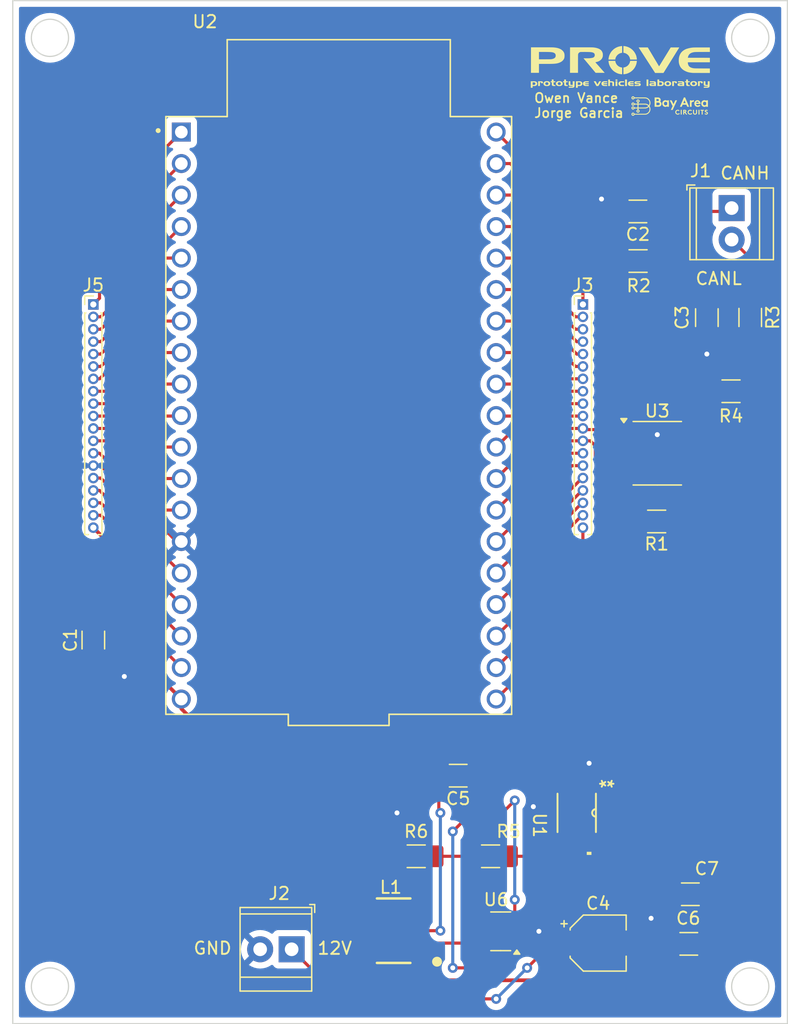
<source format=kicad_pcb>
(kicad_pcb (version 20240108) (generator "pcbnew") (generator_version "8.0")
  (layers (0 "F.Cu" signal) (31 "B.Cu" signal) (34 "B.Paste" user) (35 "F.Paste" user) (36 "B.SilkS" user "B.Silkscreen") (37 "F.SilkS" user "F.Silkscreen") (38 "B.Mask" user) (39 "F.Mask" user) (44 "Edge.Cuts" user))
  (net 0 "")
  (net 1 "/Microcontroller/BUCK_5V")
  (net 2 "GND")
  (net 3 "/Microcontroller/CANH")
  (net 4 "/Microcontroller/CANL")
  (net 5 "Net-(U6-BST)")
  (net 6 "Net-(U6-SW)")
  (net 7 "/Microcontroller/12V_IN")
  (net 8 "Net-(U3-CANH)")
  (net 9 "Net-(U3-CANL)")
  (net 10 "Net-(U6-FB)")
  (net 11 "+5V")
  (net 13 "SDA")
  (net 14 "+5VD")
  (net 15 "SCL")
  (net 16 "Net-(J5-Pin_11)")
  (net 17 "Net-(J3-Pin_19)")
  (net 18 "Net-(J3-Pin_11)")
  (net 19 "Net-(J5-Pin_2)")
  (net 20 "Net-(J3-Pin_17)")
  (net 21 "Net-(J5-Pin_4)")
  (net 22 "Net-(J5-Pin_13)")
  (net 23 "Net-(J3-Pin_1)")
  (net 24 "Net-(J3-Pin_15)")
  (net 25 "Net-(J3-Pin_10)")
  (net 26 "Net-(J5-Pin_3)")
  (net 27 "Net-(J3-Pin_13)")
  (net 28 "Net-(J3-Pin_2)")
  (net 29 "Net-(J5-Pin_18)")
  (net 30 "Net-(J3-Pin_7)")
  (net 31 "Net-(J3-Pin_14)")
  (net 32 "Net-(J5-Pin_6)")
  (net 33 "Net-(J3-Pin_3)")
  (net 34 "Net-(J3-Pin_16)")
  (net 35 "Net-(J3-Pin_12)")
  (net 36 "Net-(J3-Pin_8)")
  (net 37 "Net-(J3-Pin_18)")
  (net 38 "Net-(J5-Pin_12)")
  (net 39 "Net-(J5-Pin_15)")
  (net 40 "Net-(J5-Pin_10)")
  (net 41 "Net-(J3-Pin_4)")
  (net 42 "Net-(J5-Pin_7)")
  (net 43 "Net-(J5-Pin_8)")
  (net 44 "Net-(J5-Pin_17)")
  (net 45 "Net-(J5-Pin_1)")
  (net 46 "Net-(J5-Pin_5)")
  (net 47 "Net-(J5-Pin_9)")
  (net 48 "Net-(J3-Pin_9)")
  (net 49 "Net-(J5-Pin_16)")
  (net 50 "Net-(J3-Pin_5)")
  (net 51 "Net-(J3-Pin_6)")
  (net 53 "/Power_Supply/12V_IN")
  (footprint "Capacitor_SMD:C_1206_3216Metric_Pad1.33x1.80mm_HandSolder" (layer "F.Cu") (at 99.4375 111.5 180)
    (property "Reference" "C5" (at 0 -1.85 0) (layer "F.SilkS"))
    (property "Value" "0.1u")
    (pad "1" smd roundrect (at -1.5625 0 180) (size 1.325 1.8) (layers "F.Cu" "F.Paste" "F.Mask") (roundrect_rratio 0.188679) (net 5 "Net-(U6-BST)"))
    (pad "2" smd roundrect (at 1.5625 0 180) (size 1.325 1.8) (layers "F.Cu" "F.Paste" "F.Mask") (roundrect_rratio 0.188679) (net 6 "Net-(U6-SW)"))
  )
  (footprint "Resistor_SMD:R_1206_3216Metric_Pad1.30x1.75mm_HandSolder" (layer "F.Cu") (at 123 74.55 -90)
    (property "Reference" "R3" (at 0 -1.82 90) (layer "F.SilkS"))
    (property "Value" "0")
    (pad "1" smd roundrect (at -1.55 0 270) (size 1.3 1.75) (layers "F.Cu" "F.Paste" "F.Mask") (roundrect_rratio 0.192308) (net 4 "/Microcontroller/CANL"))
    (pad "2" smd roundrect (at 1.55 0 270) (size 1.3 1.75) (layers "F.Cu" "F.Paste" "F.Mask") (roundrect_rratio 0.192308) (net 9 "Net-(U3-CANL)"))
  )
  (footprint "Capacitor_SMD:C_1206_3216Metric_Pad1.33x1.80mm_HandSolder" (layer "F.Cu") (at 119.5 74.5625 -90)
    (property "Reference" "C3" (at 0 2 90) (layer "F.SilkS"))
    (property "Value" "30p")
    (pad "1" smd roundrect (at -1.5625 0 270) (size 1.325 1.8) (layers "F.Cu" "F.Paste" "F.Mask") (roundrect_rratio 0.188679) (net 4 "/Microcontroller/CANL"))
    (pad "2" smd roundrect (at 1.5625 0 270) (size 1.325 1.8) (layers "F.Cu" "F.Paste" "F.Mask") (roundrect_rratio 0.188679) (net 2 "GND"))
  )
  (footprint "TerminalBlock_TE-Connectivity:TerminalBlock_TE_282834-2_1x02_P2.54mm_Horizontal" (layer "F.Cu") (at 86 125.5 180)
    (property "Reference" "J2" (at 1 4.5 0) (layer "F.SilkS"))
    (property "Value" "Conn_01x02")
    (pad "1" thru_hole rect (at 0 0 180) (size 2.1 2.1) (drill 1.1) (layers "*.Cu" "*.Mask") (net 53 "/Power_Supply/12V_IN"))
    (pad "2" thru_hole circle (at 2.54 0 180) (size 2.1 2.1) (drill 1.1) (layers "*.Cu" "*.Mask") (net 2 "GND"))
  )
  (footprint "Capacitor_SMD:CP_Elec_4x5.4" (layer "F.Cu") (at 110.73 125)
    (property "Reference" "C4" (at 0 -3.2 0) (layer "F.SilkS"))
    (property "Value" "2.2u")
    (pad "1" smd roundrect (at -1.8 0) (size 2.6 1.6) (layers "F.Cu" "F.Paste" "F.Mask") (roundrect_rratio 0.15625) (net 53 "/Power_Supply/12V_IN"))
    (pad "2" smd roundrect (at 1.8 0) (size 2.6 1.6) (layers "F.Cu" "F.Paste" "F.Mask") (roundrect_rratio 0.15625) (net 2 "GND"))
  )
  (footprint "Capacitor_SMD:C_1206_3216Metric_Pad1.33x1.80mm_HandSolder" (layer "F.Cu") (at 118.1675 121.0625 180)
    (property "Reference" "C7" (at -1.3325 2.0625 0) (layer "F.SilkS"))
    (property "Value" "10u")
    (pad "1" smd roundrect (at -1.5625 0 180) (size 1.325 1.8) (layers "F.Cu" "F.Paste" "F.Mask") (roundrect_rratio 0.188679) (net 1 "/Microcontroller/BUCK_5V"))
    (pad "2" smd roundrect (at 1.5625 0 180) (size 1.325 1.8) (layers "F.Cu" "F.Paste" "F.Mask") (roundrect_rratio 0.188679) (net 2 "GND"))
  )
  (footprint "Capacitor_SMD:C_1206_3216Metric_Pad1.33x1.80mm_HandSolder" (layer "F.Cu") (at 118.0425 125.0625 180)
    (property "Reference" "C6" (at 0.0425 2.0625 0) (layer "F.SilkS"))
    (property "Value" "10u")
    (pad "1" smd roundrect (at -1.5625 0 180) (size 1.325 1.8) (layers "F.Cu" "F.Paste" "F.Mask") (roundrect_rratio 0.188679) (net 1 "/Microcontroller/BUCK_5V"))
    (pad "2" smd roundrect (at 1.5625 0 180) (size 1.325 1.8) (layers "F.Cu" "F.Paste" "F.Mask") (roundrect_rratio 0.188679) (net 2 "GND"))
  )
  (footprint "TerminalBlock_TE-Connectivity:TerminalBlock_TE_282834-2_1x02_P2.54mm_Horizontal" (layer "F.Cu") (at 121.5 65.73 -90)
    (property "Reference" "J1" (at -3 2.5 0) (layer "F.SilkS"))
    (property "Value" "Conn_01x02_Pin")
    (pad "1" thru_hole rect (at 0 0 270) (size 2.1 2.1) (drill 1.1) (layers "*.Cu" "*.Mask") (net 3 "/Microcontroller/CANH"))
    (pad "2" thru_hole circle (at 2.54 0 270) (size 2.1 2.1) (drill 1.1) (layers "*.Cu" "*.Mask") (net 4 "/Microcontroller/CANL"))
  )
  (footprint "PROVE:BAC-logo" (layer "F.Cu") (at 116.5 57.5)
    (property "Reference" "G***" (hide yes))
    (property "Value" "LOGO" (hide yes))
  )
  (footprint "Resistor_SMD:R_1206_3216Metric_Pad1.30x1.75mm_HandSolder" (layer "F.Cu") (at 113.95 70 180)
    (property "Reference" "R2" (at -0.05 -2 0) (layer "F.SilkS"))
    (property "Value" "0")
    (pad "1" smd roundrect (at -1.55 0 180) (size 1.3 1.75) (layers "F.Cu" "F.Paste" "F.Mask") (roundrect_rratio 0.192308) (net 3 "/Microcontroller/CANH"))
    (pad "2" smd roundrect (at 1.55 0 180) (size 1.3 1.75) (layers "F.Cu" "F.Paste" "F.Mask") (roundrect_rratio 0.192308) (net 8 "Net-(U3-CANH)"))
  )
  (footprint "PROVE:DGS10" (layer "F.Cu") (at 109 114.5 -90)
    (property "Reference" "U1" (at 1 3 -90) (layer "F.SilkS"))
    (property "Value" "INA220 Current Monitor")
    (fp_text user "*" (at -2.3495 -2.4224 -90) (layer "F.SilkS"))
    (fp_text user "*" (at -2.3495 -2.4224 90) (layer "F.SilkS"))
    (pad "1" smd rect (at -2.0955 -1.000001 270) (size 1.5748 0.2794) (layers "F.Cu" "F.Paste" "F.Mask") (net 2 "GND"))
    (pad "2" smd rect (at -2.0955 -0.499999 270) (size 1.5748 0.2794) (layers "F.Cu" "F.Paste" "F.Mask") (net 2 "GND"))
    (pad "3" smd rect (at -2.0955 0 270) (size 1.5748 0.2794) (layers "F.Cu" "F.Paste" "F.Mask"))
    (pad "4" smd rect (at -2.0955 0.499999 270) (size 1.5748 0.2794) (layers "F.Cu" "F.Paste" "F.Mask") (net 13 "SDA"))
    (pad "5" smd rect (at -2.0955 1.000001 270) (size 1.5748 0.2794) (layers "F.Cu" "F.Paste" "F.Mask") (net 15 "SCL"))
    (pad "6" smd rect (at 2.0955 1.000001 270) (size 1.5748 0.2794) (layers "F.Cu" "F.Paste" "F.Mask") (net 11 "+5V"))
    (pad "7" smd rect (at 2.0955 0.499999 270) (size 1.5748 0.2794) (layers "F.Cu" "F.Paste" "F.Mask") (net 2 "GND"))
    (pad "8" smd rect (at 2.0955 0 270) (size 1.5748 0.2794) (layers "F.Cu" "F.Paste" "F.Mask") (net 11 "+5V"))
    (pad "9" smd rect (at 2.0955 -0.499999 270) (size 1.5748 0.2794) (layers "F.Cu" "F.Paste" "F.Mask") (net 14 "+5VD"))
    (pad "10" smd rect (at 2.0955 -1.000001 270) (size 1.5748 0.2794) (layers "F.Cu" "F.Paste" "F.Mask") (net 11 "+5V"))
  )
  (footprint "Resistor_SMD:R_1206_3216Metric_Pad1.30x1.75mm_HandSolder" (layer "F.Cu") (at 102.05 118 180)
    (property "Reference" "R5" (at -1.45 2 0) (layer "F.SilkS"))
    (property "Value" "115k")
    (pad "1" smd roundrect (at -1.55 0 180) (size 1.3 1.75) (layers "F.Cu" "F.Paste" "F.Mask") (roundrect_rratio 0.192308) (net 11 "+5V"))
    (pad "2" smd roundrect (at 1.55 0 180) (size 1.3 1.75) (layers "F.Cu" "F.Paste" "F.Mask") (roundrect_rratio 0.192308) (net 10 "Net-(U6-FB)"))
  )
  (footprint "Capacitor_SMD:C_1206_3216Metric_Pad1.33x1.80mm_HandSolder" (layer "F.Cu") (at 70 100.5625 90)
    (property "Reference" "C1" (at 0 -1.85 90) (layer "F.SilkS"))
    (property "Value" "0.1u")
    (pad "1" smd roundrect (at -1.5625 0 90) (size 1.325 1.8) (layers "F.Cu" "F.Paste" "F.Mask") (roundrect_rratio 0.188679) (net 2 "GND"))
    (pad "2" smd roundrect (at 1.5625 0 90) (size 1.325 1.8) (layers "F.Cu" "F.Paste" "F.Mask") (roundrect_rratio 0.188679) (net 14 "+5VD"))
  )
  (footprint "Resistor_SMD:R_1206_3216Metric_Pad1.30x1.75mm_HandSolder" (layer "F.Cu") (at 121.45 80.5)
    (property "Reference" "R4" (at 0 2 0) (layer "F.SilkS"))
    (property "Value" "120")
    (pad "1" smd roundrect (at -1.55 0) (size 1.3 1.75) (layers "F.Cu" "F.Paste" "F.Mask") (roundrect_rratio 0.192308) (net 8 "Net-(U3-CANH)"))
    (pad "2" smd roundrect (at 1.55 0) (size 1.3 1.75) (layers "F.Cu" "F.Paste" "F.Mask") (roundrect_rratio 0.192308) (net 9 "Net-(U3-CANL)"))
  )
  (footprint "Capacitor_SMD:C_1206_3216Metric_Pad1.33x1.80mm_HandSolder" (layer "F.Cu") (at 113.9375 66 180)
    (property "Reference" "C2" (at 0 -1.85 0) (layer "F.SilkS"))
    (property "Value" "30p")
    (pad "1" smd roundrect (at -1.5625 0 180) (size 1.325 1.8) (layers "F.Cu" "F.Paste" "F.Mask") (roundrect_rratio 0.188679) (net 3 "/Microcontroller/CANH"))
    (pad "2" smd roundrect (at 1.5625 0 180) (size 1.325 1.8) (layers "F.Cu" "F.Paste" "F.Mask") (roundrect_rratio 0.188679) (net 2 "GND"))
  )
  (footprint "Resistor_SMD:R_1206_3216Metric_Pad1.30x1.75mm_HandSolder" (layer "F.Cu") (at 96.05 118 180)
    (property "Reference" "R6" (at 0 2 0) (layer "F.SilkS"))
    (property "Value" "22.1k")
    (pad "1" smd roundrect (at -1.55 0 180) (size 1.3 1.75) (layers "F.Cu" "F.Paste" "F.Mask") (roundrect_rratio 0.192308) (net 10 "Net-(U6-FB)"))
    (pad "2" smd roundrect (at 1.55 0 180) (size 1.3 1.75) (layers "F.Cu" "F.Paste" "F.Mask") (roundrect_rratio 0.192308) (net 2 "GND"))
  )
  (footprint "Resistor_SMD:R_1206_3216Metric_Pad1.30x1.75mm_HandSolder" (layer "F.Cu") (at 115.45 91 180)
    (property "Reference" "R1" (at 0 -1.82 0) (layer "F.SilkS"))
    (property "Value" "30m" (hide yes))
    (pad "1" smd roundrect (at -1.55 0 180) (size 1.3 1.75) (layers "F.Cu" "F.Paste" "F.Mask") (roundrect_rratio 0.192308) (net 11 "+5V"))
    (pad "2" smd roundrect (at 1.55 0 180) (size 1.3 1.75) (layers "F.Cu" "F.Paste" "F.Mask") (roundrect_rratio 0.192308) (net 14 "+5VD"))
  )
  (footprint "Package_TO_SOT_SMD:TSOT-23-6" (layer "F.Cu") (at 102.8675 124.05 180)
    (property "Reference" "U6" (at 0.3675 2.55 0) (layer "F.SilkS"))
    (property "Value" "AP64060WU-7")
    (pad "1" smd roundrect (at -1.1375 -0.95 180) (size 1.325 0.6) (layers "F.Cu" "F.Paste" "F.Mask") (net 5 "Net-(U6-BST)"))
    (pad "2" smd roundrect (at -1.1375 0 180) (size 1.325 0.6) (layers "F.Cu" "F.Paste" "F.Mask") (net 2 "GND"))
    (pad "3" smd roundrect (at -1.1375 0.95 180) (size 1.325 0.6) (layers "F.Cu" "F.Paste" "F.Mask") (net 10 "Net-(U6-FB)"))
    (pad "4" smd roundrect (at 1.1375 0.95 180) (size 1.325 0.6) (layers "F.Cu" "F.Paste" "F.Mask"))
    (pad "5" smd roundrect (at 1.1375 0 180) (size 1.325 0.6) (layers "F.Cu" "F.Paste" "F.Mask") (net 7 "/Microcontroller/12V_IN"))
    (pad "6" smd roundrect (at 1.1375 -0.95 180) (size 1.325 0.6) (layers "F.Cu" "F.Paste" "F.Mask") (net 6 "Net-(U6-SW)"))
  )
  (footprint "PROVE:WE-LQS_5040" (layer "F.Cu") (at 94.23 124)
    (property "Reference" "L1" (at -0.23 -3.5 0) (layer "F.SilkS"))
    (property "Value" "10u")
    (pad "1" smd rect (at 1.925 0) (size 1.55 4.5) (layers "F.Cu" "F.Paste" "F.Mask") (net 6 "Net-(U6-SW)"))
    (pad "2" smd rect (at -1.925 0) (size 1.55 4.5) (layers "F.Cu" "F.Paste" "F.Mask") (net 1 "/Microcontroller/BUCK_5V"))
  )
  (footprint "PROVE:MODULE_ESP32-DEVKITC" (layer "F.Cu") (at 89.8 82.45)
    (property "Reference" "U2" (at -10.795 -31.75 0) (layer "F.SilkS"))
    (property "Value" "ESP32-DEVKIT-C")
    (pad "1" thru_hole rect (at -12.7 -22.85) (size 1.53 1.53) (drill 1.02) (layers "*.Cu" "*.Mask") (net 45 "Net-(J5-Pin_1)"))
    (pad "2" thru_hole circle (at -12.7 -20.31) (size 1.53 1.53) (drill 1.02) (layers "*.Cu" "*.Mask") (net 19 "Net-(J5-Pin_2)"))
    (pad "3" thru_hole circle (at -12.7 -17.77) (size 1.53 1.53) (drill 1.02) (layers "*.Cu" "*.Mask") (net 26 "Net-(J5-Pin_3)"))
    (pad "4" thru_hole circle (at -12.7 -15.23) (size 1.53 1.53) (drill 1.02) (layers "*.Cu" "*.Mask") (net 21 "Net-(J5-Pin_4)"))
    (pad "5" thru_hole circle (at -12.7 -12.69) (size 1.53 1.53) (drill 1.02) (layers "*.Cu" "*.Mask") (net 46 "Net-(J5-Pin_5)"))
    (pad "6" thru_hole circle (at -12.7 -10.15) (size 1.53 1.53) (drill 1.02) (layers "*.Cu" "*.Mask") (net 32 "Net-(J5-Pin_6)"))
    (pad "7" thru_hole circle (at -12.7 -7.61) (size 1.53 1.53) (drill 1.02) (layers "*.Cu" "*.Mask") (net 42 "Net-(J5-Pin_7)"))
    (pad "8" thru_hole circle (at -12.7 -5.07) (size 1.53 1.53) (drill 1.02) (layers "*.Cu" "*.Mask") (net 43 "Net-(J5-Pin_8)"))
    (pad "9" thru_hole circle (at -12.7 -2.53) (size 1.53 1.53) (drill 1.02) (layers "*.Cu" "*.Mask") (net 47 "Net-(J5-Pin_9)"))
    (pad "10" thru_hole circle (at -12.7 0.01) (size 1.53 1.53) (drill 1.02) (layers "*.Cu" "*.Mask") (net 40 "Net-(J5-Pin_10)"))
    (pad "11" thru_hole circle (at -12.7 2.55) (size 1.53 1.53) (drill 1.02) (layers "*.Cu" "*.Mask") (net 16 "Net-(J5-Pin_11)"))
    (pad "12" thru_hole circle (at -12.7 5.09) (size 1.53 1.53) (drill 1.02) (layers "*.Cu" "*.Mask") (net 38 "Net-(J5-Pin_12)"))
    (pad "13" thru_hole circle (at -12.7 7.63) (size 1.53 1.53) (drill 1.02) (layers "*.Cu" "*.Mask") (net 22 "Net-(J5-Pin_13)"))
    (pad "14" thru_hole circle (at -12.7 10.17) (size 1.53 1.53) (drill 1.02) (layers "*.Cu" "*.Mask") (net 2 "GND"))
    (pad "15" thru_hole circle (at -12.7 12.71) (size 1.53 1.53) (drill 1.02) (layers "*.Cu" "*.Mask") (net 39 "Net-(J5-Pin_15)"))
    (pad "16" thru_hole circle (at -12.7 15.25) (size 1.53 1.53) (drill 1.02) (layers "*.Cu" "*.Mask") (net 49 "Net-(J5-Pin_16)"))
    (pad "17" thru_hole circle (at -12.7 17.79) (size 1.53 1.53) (drill 1.02) (layers "*.Cu" "*.Mask") (net 44 "Net-(J5-Pin_17)"))
    (pad "18" thru_hole circle (at -12.7 20.33) (size 1.53 1.53) (drill 1.02) (layers "*.Cu" "*.Mask") (net 29 "Net-(J5-Pin_18)"))
    (pad "19" thru_hole circle (at -12.7 22.87) (size 1.53 1.53) (drill 1.02) (layers "*.Cu" "*.Mask") (net 14 "+5VD"))
    (pad "20" thru_hole circle (at 12.7 22.87) (size 1.53 1.53) (drill 1.02) (layers "*.Cu" "*.Mask") (net 17 "Net-(J3-Pin_19)"))
    (pad "21" thru_hole circle (at 12.7 20.33) (size 1.53 1.53) (drill 1.02) (layers "*.Cu" "*.Mask") (net 37 "Net-(J3-Pin_18)"))
    (pad "22" thru_hole circle (at 12.7 17.79) (size 1.53 1.53) (drill 1.02) (layers "*.Cu" "*.Mask") (net 20 "Net-(J3-Pin_17)"))
    (pad "23" thru_hole circle (at 12.7 15.25) (size 1.53 1.53) (drill 1.02) (layers "*.Cu" "*.Mask") (net 34 "Net-(J3-Pin_16)"))
    (pad "24" thru_hole circle (at 12.7 12.71) (size 1.53 1.53) (drill 1.02) (layers "*.Cu" "*.Mask") (net 24 "Net-(J3-Pin_15)"))
    (pad "25" thru_hole circle (at 12.7 10.17) (size 1.53 1.53) (drill 1.02) (layers "*.Cu" "*.Mask") (net 31 "Net-(J3-Pin_14)"))
    (pad "26" thru_hole circle (at 12.7 7.63) (size 1.53 1.53) (drill 1.02) (layers "*.Cu" "*.Mask") (net 27 "Net-(J3-Pin_13)"))
    (pad "27" thru_hole circle (at 12.7 5.09) (size 1.53 1.53) (drill 1.02) (layers "*.Cu" "*.Mask") (net 35 "Net-(J3-Pin_12)"))
    (pad "28" thru_hole circle (at 12.7 2.55) (size 1.53 1.53) (drill 1.02) (layers "*.Cu" "*.Mask") (net 18 "Net-(J3-Pin_11)"))
    (pad "29" thru_hole circle (at 12.7 0.01) (size 1.53 1.53) (drill 1.02) (layers "*.Cu" "*.Mask") (net 25 "Net-(J3-Pin_10)"))
    (pad "30" thru_hole circle (at 12.7 -2.53) (size 1.53 1.53) (drill 1.02) (layers "*.Cu" "*.Mask") (net 48 "Net-(J3-Pin_9)"))
    (pad "31" thru_hole circle (at 12.7 -5.07) (size 1.53 1.53) (drill 1.02) (layers "*.Cu" "*.Mask") (net 36 "Net-(J3-Pin_8)"))
    (pad "32" thru_hole circle (at 12.7 -7.61) (size 1.53 1.53) (drill 1.02) (layers "*.Cu" "*.Mask") (net 30 "Net-(J3-Pin_7)"))
    (pad "33" thru_hole circle (at 12.7 -10.15) (size 1.53 1.53) (drill 1.02) (layers "*.Cu" "*.Mask") (net 51 "Net-(J3-Pin_6)"))
    (pad "34" thru_hole circle (at 12.7 -12.69) (size 1.53 1.53) (drill 1.02) (layers "*.Cu" "*.Mask") (net 50 "Net-(J3-Pin_5)"))
    (pad "35" thru_hole circle (at 12.7 -15.23) (size 1.53 1.53) (drill 1.02) (layers "*.Cu" "*.Mask") (net 41 "Net-(J3-Pin_4)"))
    (pad "36" thru_hole circle (at 12.7 -17.77) (size 1.53 1.53) (drill 1.02) (layers "*.Cu" "*.Mask") (net 33 "Net-(J3-Pin_3)"))
    (pad "37" thru_hole circle (at 12.7 -20.31) (size 1.53 1.53) (drill 1.02) (layers "*.Cu" "*.Mask") (net 28 "Net-(J3-Pin_2)"))
    (pad "38" thru_hole circle (at 12.7 -22.85) (size 1.53 1.53) (drill 1.02) (layers "*.Cu" "*.Mask") (net 23 "Net-(J3-Pin_1)"))
  )
  (footprint "Connector_PinHeader_1.00mm:PinHeader_1x19_P1.00mm_Vertical" (layer "F.Cu") (at 70 73.5)
    (property "Reference" "J5" (at 0 -1.56 0) (layer "F.SilkS"))
    (property "Value" "Conn_01x19_Socket")
    (pad "1" thru_hole rect (at 0 0) (size 0.85 0.85) (drill 0.5) (layers "*.Cu" "*.Mask") (net 45 "Net-(J5-Pin_1)"))
    (pad "2" thru_hole oval (at 0 1) (size 0.85 0.85) (drill 0.5) (layers "*.Cu" "*.Mask") (net 19 "Net-(J5-Pin_2)"))
    (pad "3" thru_hole oval (at 0 2) (size 0.85 0.85) (drill 0.5) (layers "*.Cu" "*.Mask") (net 26 "Net-(J5-Pin_3)"))
    (pad "4" thru_hole oval (at 0 3) (size 0.85 0.85) (drill 0.5) (layers "*.Cu" "*.Mask") (net 21 "Net-(J5-Pin_4)"))
    (pad "5" thru_hole oval (at 0 4) (size 0.85 0.85) (drill 0.5) (layers "*.Cu" "*.Mask") (net 46 "Net-(J5-Pin_5)"))
    (pad "6" thru_hole oval (at 0 5) (size 0.85 0.85) (drill 0.5) (layers "*.Cu" "*.Mask") (net 32 "Net-(J5-Pin_6)"))
    (pad "7" thru_hole oval (at 0 6) (size 0.85 0.85) (drill 0.5) (layers "*.Cu" "*.Mask") (net 42 "Net-(J5-Pin_7)"))
    (pad "8" thru_hole oval (at 0 7) (size 0.85 0.85) (drill 0.5) (layers "*.Cu" "*.Mask") (net 43 "Net-(J5-Pin_8)"))
    (pad "9" thru_hole oval (at 0 8) (size 0.85 0.85) (drill 0.5) (layers "*.Cu" "*.Mask") (net 47 "Net-(J5-Pin_9)"))
    (pad "10" thru_hole oval (at 0 9) (size 0.85 0.85) (drill 0.5) (layers "*.Cu" "*.Mask") (net 40 "Net-(J5-Pin_10)"))
    (pad "11" thru_hole oval (at 0 10) (size 0.85 0.85) (drill 0.5) (layers "*.Cu" "*.Mask") (net 16 "Net-(J5-Pin_11)"))
    (pad "12" thru_hole oval (at 0 11) (size 0.85 0.85) (drill 0.5) (layers "*.Cu" "*.Mask") (net 38 "Net-(J5-Pin_12)"))
    (pad "13" thru_hole oval (at 0 12) (size 0.85 0.85) (drill 0.5) (layers "*.Cu" "*.Mask") (net 22 "Net-(J5-Pin_13)"))
    (pad "14" thru_hole oval (at 0 13) (size 0.85 0.85) (drill 0.5) (layers "*.Cu" "*.Mask") (net 2 "GND"))
    (pad "15" thru_hole oval (at 0 14) (size 0.85 0.85) (drill 0.5) (layers "*.Cu" "*.Mask") (net 39 "Net-(J5-Pin_15)"))
    (pad "16" thru_hole oval (at 0 15) (size 0.85 0.85) (drill 0.5) (layers "*.Cu" "*.Mask") (net 49 "Net-(J5-Pin_16)"))
    (pad "17" thru_hole oval (at 0 16) (size 0.85 0.85) (drill 0.5) (layers "*.Cu" "*.Mask") (net 44 "Net-(J5-Pin_17)"))
    (pad "18" thru_hole oval (at 0 17) (size 0.85 0.85) (drill 0.5) (layers "*.Cu" "*.Mask") (net 29 "Net-(J5-Pin_18)"))
    (pad "19" thru_hole oval (at 0 18) (size 0.85 0.85) (drill 0.5) (layers "*.Cu" "*.Mask") (net 14 "+5VD"))
  )
  (footprint "Connector_PinHeader_1.00mm:PinHeader_1x19_P1.00mm_Vertical" (layer "F.Cu") (at 109.5 73.5)
    (property "Reference" "J3" (at 0 -1.56 0) (layer "F.SilkS"))
    (property "Value" "Conn_01x19_Socket")
    (pad "1" thru_hole rect (at 0 0) (size 0.85 0.85) (drill 0.5) (layers "*.Cu" "*.Mask") (net 23 "Net-(J3-Pin_1)"))
    (pad "2" thru_hole oval (at 0 1) (size 0.85 0.85) (drill 0.5) (layers "*.Cu" "*.Mask") (net 28 "Net-(J3-Pin_2)"))
    (pad "3" thru_hole oval (at 0 2) (size 0.85 0.85) (drill 0.5) (layers "*.Cu" "*.Mask") (net 33 "Net-(J3-Pin_3)"))
    (pad "4" thru_hole oval (at 0 3) (size 0.85 0.85) (drill 0.5) (layers "*.Cu" "*.Mask") (net 41 "Net-(J3-Pin_4)"))
    (pad "5" thru_hole oval (at 0 4) (size 0.85 0.85) (drill 0.5) (layers "*.Cu" "*.Mask") (net 50 "Net-(J3-Pin_5)"))
    (pad "6" thru_hole oval (at 0 5) (size 0.85 0.85) (drill 0.5) (layers "*.Cu" "*.Mask") (net 51 "Net-(J3-Pin_6)"))
    (pad "7" thru_hole oval (at 0 6) (size 0.85 0.85) (drill 0.5) (layers "*.Cu" "*.Mask") (net 30 "Net-(J3-Pin_7)"))
    (pad "8" thru_hole oval (at 0 7) (size 0.85 0.85) (drill 0.5) (layers "*.Cu" "*.Mask") (net 36 "Net-(J3-Pin_8)"))
    (pad "9" thru_hole oval (at 0 8) (size 0.85 0.85) (drill 0.5) (layers "*.Cu" "*.Mask") (net 48 "Net-(J3-Pin_9)"))
    (pad "10" thru_hole oval (at 0 9) (size 0.85 0.85) (drill 0.5) (layers "*.Cu" "*.Mask") (net 25 "Net-(J3-Pin_10)"))
    (pad "11" thru_hole oval (at 0 10) (size 0.85 0.85) (drill 0.5) (layers "*.Cu" "*.Mask") (net 18 "Net-(J3-Pin_11)"))
    (pad "12" thru_hole oval (at 0 11) (size 0.85 0.85) (drill 0.5) (layers "*.Cu" "*.Mask") (net 35 "Net-(J3-Pin_12)"))
    (pad "13" thru_hole oval (at 0 12) (size 0.85 0.85) (drill 0.5) (layers "*.Cu" "*.Mask") (net 27 "Net-(J3-Pin_13)"))
    (pad "14" thru_hole oval (at 0 13) (size 0.85 0.85) (drill 0.5) (layers "*.Cu" "*.Mask") (net 31 "Net-(J3-Pin_14)"))
    (pad "15" thru_hole oval (at 0 14) (size 0.85 0.85) (drill 0.5) (layers "*.Cu" "*.Mask") (net 24 "Net-(J3-Pin_15)"))
    (pad "16" thru_hole oval (at 0 15) (size 0.85 0.85) (drill 0.5) (layers "*.Cu" "*.Mask") (net 34 "Net-(J3-Pin_16)"))
    (pad "17" thru_hole oval (at 0 16) (size 0.85 0.85) (drill 0.5) (layers "*.Cu" "*.Mask") (net 20 "Net-(J3-Pin_17)"))
    (pad "18" thru_hole oval (at 0 17) (size 0.85 0.85) (drill 0.5) (layers "*.Cu" "*.Mask") (net 37 "Net-(J3-Pin_18)"))
    (pad "19" thru_hole oval (at 0 18) (size 0.85 0.85) (drill 0.5) (layers "*.Cu" "*.Mask") (net 17 "Net-(J3-Pin_19)"))
  )
  (footprint "Package_SO:SOIC-8_3.9x4.9mm_P1.27mm" (layer "F.Cu") (at 115.5 85.5)
    (property "Reference" "U3" (at 0 -3.4 0) (layer "F.SilkS"))
    (property "Value" "TJA1050T/CM,118")
    (pad "1" smd roundrect (at -2.475 -1.905) (size 1.95 0.6) (layers "F.Cu" "F.Paste" "F.Mask") (net 18 "Net-(J3-Pin_11)"))
    (pad "2" smd roundrect (at -2.475 -0.635) (size 1.95 0.6) (layers "F.Cu" "F.Paste" "F.Mask") (net 2 "GND"))
    (pad "3" smd roundrect (at -2.475 0.635) (size 1.95 0.6) (layers "F.Cu" "F.Paste" "F.Mask") (net 14 "+5VD"))
    (pad "4" smd roundrect (at -2.475 1.905) (size 1.95 0.6) (layers "F.Cu" "F.Paste" "F.Mask") (net 35 "Net-(J3-Pin_12)"))
    (pad "5" smd roundrect (at 2.475 1.905) (size 1.95 0.6) (layers "F.Cu" "F.Paste" "F.Mask"))
    (pad "6" smd roundrect (at 2.475 0.635) (size 1.95 0.6) (layers "F.Cu" "F.Paste" "F.Mask") (net 9 "Net-(U3-CANL)"))
    (pad "7" smd roundrect (at 2.475 -0.635) (size 1.95 0.6) (layers "F.Cu" "F.Paste" "F.Mask") (net 8 "Net-(U3-CANH)"))
    (pad "8" smd roundrect (at 2.475 -1.905) (size 1.95 0.6) (layers "F.Cu" "F.Paste" "F.Mask") (net 2 "GND"))
  )
  (footprint "PROVE:PROVE-logo" (layer "F.Cu") (at 112.5 54.5)
    (property "Reference" "G***" (hide yes))
    (property "Value" "LOGO" (hide yes))
  )
  (gr_circle (center 123 128.5) (end 124.5 128.5) (stroke (width 0.1)) (fill none) (layer "Edge.Cuts"))
  (gr_circle (center 66.5 128.5) (end 68 128.5) (stroke (width 0.1)) (fill none) (layer "Edge.Cuts"))
  (gr_rect (start 63.5 49) (end 126 131.5) (stroke (width 0.1)) (fill none) (layer "Edge.Cuts"))
  (gr_circle (center 66.5 52) (end 68 52) (stroke (width 0.1)) (fill none) (layer "Edge.Cuts"))
  (gr_circle (center 123 52) (end 124.5 52) (stroke (width 0.1)) (fill none) (layer "Edge.Cuts"))
  (gr_text "GND\n" (at 78 126 0) (layer "F.SilkS") (effects (font (size 1 1)) (justify left bottom)))
  (gr_text "CANL" (at 118.5 72 0) (layer "F.SilkS") (effects (font (size 1 1)) (justify left bottom)))
  (gr_text "Owen Vance\nJorge Garcia" (at 105.5 58.5 0) (layer "F.SilkS") (effects (font (size 0.75 0.75) (thickness 0.135) (bold yes)) (justify left bottom)))
  (gr_text "CANH" (at 120.5 63.5 0) (layer "F.SilkS") (effects (font (size 1 1)) (justify left bottom)))
  (gr_text "12V" (at 88 126 0) (layer "F.SilkS") (effects (font (size 1 1)) (justify left bottom)))
  (segment (start 113.5 128) (end 94 128) (width 0.3) (layer "F.Cu") (net 1))
  (segment (start 93.5 127.5) (end 93.5 125.195) (width 0.3) (layer "F.Cu") (net 1))
  (segment (start 93.5 125.195) (end 92.305 124) (width 0.3) (layer "F.Cu") (net 1))
  (segment (start 94 128) (end 93.5 127.5) (width 0.3) (layer "F.Cu") (net 1))
  (segment (start 114 127.5) (end 113.5 128) (width 0.3) (layer "F.Cu") (net 1))
  (segment (start 119.605 126.395) (end 118.5 127.5) (width 0.3) (layer "F.Cu") (net 1))
  (segment (start 119.73 121.0625) (end 119.73 124.9375) (width 0.3) (layer "F.Cu") (net 1))
  (segment (start 118.5 127.5) (end 114 127.5) (width 0.3) (layer "F.Cu") (net 1))
  (segment (start 119.605 125.0625) (end 119.605 126.395) (width 0.3) (layer "F.Cu") (net 1))
  (segment (start 119.73 124.9375) (end 119.605 125.0625) (width 0.25) (layer "F.Cu") (net 1))
  (segment (start 94.5 118) (end 94.5 114.5) (width 0.25) (layer "F.Cu") (net 2))
  (segment (start 110.000001 110.500001) (end 110 110.5) (width 0.25) (layer "F.Cu") (net 2))
  (segment (start 105.509201 114.009201) (end 106.972397 114.009201) (width 0.25) (layer "F.Cu") (net 2))
  (segment (start 109.499999 112.4045) (end 109.499999 111.000001) (width 0.25) (layer "F.Cu") (net 2))
  (segment (start 104.005 124.05) (end 105.95 124.05) (width 0.25) (layer "F.Cu") (net 2))
  (segment (start 114.53 123) (end 115 123) (width 0.25) (layer "F.Cu") (net 2))
  (segment (start 116.605 124.9375) (end 116.52125 125.02125) (width 0.25) (layer "F.Cu") (net 2))
  (segment (start 113.025 84.865) (end 114.635 84.865) (width 0.25) (layer "F.Cu") (net 2))
  (segment (start 70 102.125) (end 71.125 102.125) (width 0.25) (layer "F.Cu") (net 2))
  (segment (start 108.500001 115.518402) (end 108.500001 116.5955) (width 0.25) (layer "F.Cu") (net 2))
  (segment (start 114.635 84.865) (end 115.5 84) (width 0.25) (layer "F.Cu") (net 2))
  (segment (start 105.5 114) (end 105.509201 114.009201) (width 0.25) (layer "F.Cu") (net 2))
  (segment (start 112.375 66) (end 112 66) (width 0.25) (layer "F.Cu") (net 2))
  (segment (start 109.499999 111.000001) (end 110 110.5) (width 0.25) (layer "F.Cu") (net 2))
  (segment (start 112 66) (end 111 65) (width 0.25) (layer "F.Cu") (net 2))
  (segment (start 71.125 102.125) (end 72.5 103.5) (width 0.25) (layer "F.Cu") (net 2))
  (segment (start 117.975 83.595) (end 115.905 83.595) (width 0.25) (layer "F.Cu") (net 2))
  (segment (start 115.905 83.595) (end 115.5 84) (width 0.25) (layer "F.Cu") (net 2))
  (segment (start 116.48 125.0625) (end 115 123.5825) (width 0.25) (layer "F.Cu") (net 2))
  (segment (start 70 102.125) (end 70 102.5) (width 0.25) (layer "F.Cu") (net 2))
  (segment (start 119.5 76.125) (end 119.5 77.5) (width 0.25) (layer "F.Cu") (net 2))
  (segment (start 70.60104 86.5) (end 76.72104 92.62) (width 0.25) (layer "F.Cu") (net 2))
  (segment (start 116.605 121.395) (end 115 123) (width 0.25) (layer "F.Cu") (net 2))
  (segment (start 116.605 121.0625) (end 116.605 121.395) (width 0.25) (layer "F.Cu") (net 2))
  (segment (start 116.52125 125.02125) (end 116.48 125.0625) (width 0.25) (layer "F.Cu") (net 2))
  (segment (start 106.990799 114.009201) (end 108.500001 115.518402) (width 0.25) (layer "F.Cu") (net 2))
  (segment (start 76.72104 92.62) (end 77.1 92.62) (width 0.25) (layer "F.Cu") (net 2))
  (segment (start 106.981598 114) (end 106.990799 114.009201) (width 0.25) (layer "F.Cu") (net 2))
  (segment (start 115 123.5825) (end 115 123) (width 0.25) (layer "F.Cu") (net 2))
  (segment (start 70 86.5) (end 70.60104 86.5) (width 0.25) (layer "F.Cu") (net 2))
  (segment (start 112.53 125) (end 114.53 123) (width 0.25) (layer "F.Cu") (net 2))
  (segment (start 106.972397 114.009201) (end 106.981598 114) (width 0.25) (layer "F.Cu") (net 2))
  (segment (start 110.000001 112.4045) (end 110.000001 110.500001) (width 0.25) (layer "F.Cu") (net 2))
  (via (at 115 123) (size 0.8) (drill 0.4) (layers "F.Cu" "B.Cu") (net 2))
  (via (at 110 110.5) (size 0.8) (drill 0.4) (layers "F.Cu" "B.Cu") (net 2))
  (via (at 105.5 114) (size 0.8) (drill 0.4) (layers "F.Cu" "B.Cu") (net 2))
  (via (at 119.5 77.5) (size 0.8) (drill 0.4) (layers "F.Cu" "B.Cu") (net 2))
  (via (at 105.95 124.05) (size 0.8) (drill 0.4) (layers "F.Cu" "B.Cu") (net 2))
  (via (at 115.5 84) (size 0.8) (drill 0.4) (layers "F.Cu" "B.Cu") (net 2))
  (via (at 111 65) (size 0.8) (drill 0.4) (layers "F.Cu" "B.Cu") (net 2))
  (via (at 94.5 114.5) (size 0.8) (drill 0.4) (layers "F.Cu" "B.Cu") (net 2))
  (via (at 72.5 103.5) (size 0.8) (drill 0.4) (layers "F.Cu" "B.Cu") (net 2))
  (segment (start 121.23 66) (end 121.5 65.73) (width 0.25) (layer "F.Cu") (net 3))
  (segment (start 115.5 70) (end 115.5 66) (width 0.25) (layer "F.Cu") (net 3))
  (segment (start 115.5 66) (end 121.23 66) (width 0.25) (layer "F.Cu") (net 3))
  (segment (start 123 73) (end 123 69.77) (width 0.25) (layer "F.Cu") (net 4))
  (segment (start 123 69.77) (end 121.5 68.27) (width 0.25) (layer "F.Cu") (net 4))
  (segment (start 123 73) (end 119.5 73) (width 0.25) (layer "F.Cu") (net 4))
  (segment (start 101 111.5) (end 101 114) (width 0.25) (layer "F.Cu") (net 5))
  (segment (start 101 114) (end 99 116) (width 0.25) (layer "F.Cu") (net 5))
  (segment (start 102.005 127) (end 99 127) (width 0.25) (layer "F.Cu") (net 5))
  (segment (start 104.005 125) (end 102.005 127) (width 0.25) (layer "F.Cu") (net 5))
  (via (at 99 116) (size 0.8) (drill 0.4) (layers "F.Cu" "B.Cu") (net 5))
  (via (at 99 127) (size 0.8) (drill 0.4) (layers "F.Cu" "B.Cu") (net 5))
  (segment (start 99 116) (end 99 127) (width 0.25) (layer "B.Cu") (net 5))
  (segment (start 97.155 125) (end 96.155 124) (width 0.25) (layer "F.Cu") (net 6))
  (segment (start 101.73 125) (end 97.155 125) (width 0.25) (layer "F.Cu") (net 6))
  (segment (start 97.875 111.5) (end 97.875 114.375) (width 0.25) (layer "F.Cu") (net 6))
  (segment (start 97.875 114.375) (end 98 114.5) (width 0.25) (layer "F.Cu") (net 6))
  (segment (start 96.155 124) (end 98 124) (width 0.25) (layer "F.Cu") (net 6))
  (via (at 98 124) (size 0.8) (drill 0.4) (layers "F.Cu" "B.Cu") (net 6))
  (via (at 98 114.5) (size 0.8) (drill 0.4) (layers "F.Cu" "B.Cu") (net 6))
  (segment (start 98 124) (end 98 114.5) (width 0.25) (layer "B.Cu") (net 6))
  (segment (start 112.4 70) (end 112.4 73) (width 0.25) (layer "F.Cu") (net 8))
  (segment (start 118.949999 84.865) (end 117.975 84.865) (width 0.25) (layer "F.Cu") (net 8))
  (segment (start 119.9 80.5) (end 119.9 83.914999) (width 0.25) (layer "F.Cu") (net 8))
  (segment (start 119.9 83.914999) (end 118.949999 84.865) (width 0.25) (layer "F.Cu") (net 8))
  (segment (start 112.4 73) (end 119.9 80.5) (width 0.25) (layer "F.Cu") (net 8))
  (segment (start 123 76.1) (end 123 80.5) (width 0.25) (layer "F.Cu") (net 9))
  (segment (start 117.975 86.135) (end 118.949999 86.135) (width 0.25) (layer "F.Cu") (net 9))
  (segment (start 118.949999 86.135) (end 123 82.084999) (width 0.25) (layer "F.Cu") (net 9))
  (segment (start 123 82.084999) (end 123 80.5) (width 0.25) (layer "F.Cu") (net 9))
  (segment (start 104.005 121.505) (end 104 121.5) (width 0.25) (layer "F.Cu") (net 10))
  (segment (start 100.5 118) (end 100.5 117) (width 0.25) (layer "F.Cu") (net 10))
  (segment (start 100.5 117) (end 104 113.5) (width 0.25) (layer "F.Cu") (net 10))
  (segment (start 97.6 118) (end 100.5 118) (width 0.25) (layer "F.Cu") (net 10))
  (segment (start 104.005 123.1) (end 104.005 121.505) (width 0.25) (layer "F.Cu") (net 10))
  (via (at 104 121.5) (size 0.8) (drill 0.4) (layers "F.Cu" "B.Cu") (net 10))
  (via (at 104 113.5) (size 0.8) (drill 0.4) (layers "F.Cu" "B.Cu") (net 10))
  (segment (start 104 113.5) (end 104 121.5) (width 0.25) (layer "B.Cu") (net 10))
  (segment (start 110.000001 117.672598) (end 109.672599 118) (width 0.25) (layer "F.Cu") (net 11))
  (segment (start 108.499999 118) (end 107.999999 117.5) (width 0.25) (layer "F.Cu") (net 11))
  (segment (start 107.999999 117.5) (end 107.999999 116.5955) (width 0.3) (layer "F.Cu") (net 11))
  (segment (start 109 116.5955) (end 109 117.672601) (width 0.25) (layer "F.Cu") (net 11))
  (segment (start 108.672601 118) (end 108.5 118) (width 0.25) (layer "F.Cu") (net 11))
  (segment (start 117 109.595501) (end 110.000001 116.5955) (width 0.3) (layer "F.Cu") (net 11))
  (segment (start 117 91) (end 117 109.595501) (width 0.3) (layer "F.Cu") (net 11))
  (segment (start 110.000001 116.5955) (end 110.000001 117.672598) (width 0.25) (layer "F.Cu") (net 11))
  (segment (start 103.6 118) (end 108.499999 118) (width 0.25) (layer "F.Cu") (net 11))
  (segment (start 108.5 118) (end 108.499999 118) (width 0.25) (layer "F.Cu") (net 11))
  (segment (start 109.672599 118) (end 108.5 118) (width 0.25) (layer "F.Cu") (net 11))
  (segment (start 109 117.672601) (end 108.672601 118) (width 0.25) (layer "F.Cu") (net 11))
  (segment (start 72.5 97.5) (end 73.5 98.5) (width 0.3) (layer "F.Cu") (net 14))
  (segment (start 115 87) (end 114.135 86.135) (width 0.25) (layer "F.Cu") (net 14))
  (segment (start 72.5 94.5) (end 72.5 97.5) (width 0.3) (layer "F.Cu") (net 14))
  (segment (start 70 99) (end 70 98) (width 0.3) (layer "F.Cu") (net 14))
  (segment (start 72 93.5) (end 72 94) (width 0.3) (layer "F.Cu") (net 14))
  (segment (start 70.5 97.5) (end 72.5 97.5) (width 0.3) (layer "F.Cu") (net 14))
  (segment (start 72 94) (end 72.5 94.5) (width 0.3) (layer "F.Cu") (net 14))
  (segment (start 73.5 98.5) (end 73.5 101.72) (width 0.3) (layer "F.Cu") (net 14))
  (segment (start 109.499999 115.518402) (end 109.499999 116.5955) (width 0.25) (layer "F.Cu") (net 14))
  (segment (start 113.9 91) (end 115 89.9) (width 0.25) (layer "F.Cu") (net 14))
  (segment (start 113.9 91) (end 113.9 111.118401) (width 0.3) (layer "F.Cu") (net 14))
  (segment (start 113.9 111.118401) (end 109.499999 115.518402) (width 0.3) (layer "F.Cu") (net 14))
  (segment (start 102.481597 108.5) (end 79.5 108.5) (width 0.3) (layer "F.Cu") (net 14))
  (segment (start 79.5 108.5) (end 77.1 106.1) (width 0.3) (layer "F.Cu") (net 14))
  (segment (start 77.1 106.1) (end 77.1 105.32) (width 0.25) (layer "F.Cu") (net 14))
  (segment (start 73.5 101.72) (end 77.1 105.32) (width 0.3) (layer "F.Cu") (net 14))
  (segment (start 70 98) (end 70.5 97.5) (width 0.3) (layer "F.Cu") (net 14))
  (segment (start 109.499999 115.518402) (end 102.481597 108.5) (width 0.3) (layer "F.Cu") (net 14))
  (segment (start 70 91.5) (end 72 93.5) (width 0.3) (layer "F.Cu") (net 14))
  (segment (start 114.135 86.135) (end 113.025 86.135) (width 0.25) (layer "F.Cu") (net 14))
  (segment (start 115 89.9) (end 115 87) (width 0.25) (layer "F.Cu") (net 14))
  (segment (start 72 83.5) (end 73.5 85) (width 0.25) (layer "F.Cu") (net 16))
  (segment (start 70 83.5) (end 72 83.5) (width 0.25) (layer "F.Cu") (net 16))
  (segment (start 73.5 85) (end 77.1 85) (width 0.25) (layer "F.Cu") (net 16))
  (segment (start 109.5 98.32) (end 102.5 105.32) (width 0.25) (layer "F.Cu") (net 17))
  (segment (start 109.5 91.5) (end 109.5 98.32) (width 0.25) (layer "F.Cu") (net 17))
  (segment (start 109.595 83.595) (end 109.5 83.5) (width 0.25) (layer "F.Cu") (net 18))
  (segment (start 109.5 83.5) (end 104 83.5) (width 0.25) (layer "F.Cu") (net 18))
  (segment (start 113.025 83.595) (end 109.595 83.595) (width 0.25) (layer "F.Cu") (net 18))
  (segment (start 104 83.5) (end 102.5 85) (width 0.25) (layer "F.Cu") (net 18))
  (segment (start 77.1 62.14) (end 72.24 67) (width 0.25) (layer "F.Cu") (net 19))
  (segment (start 70.60104 74.5) (end 70 74.5) (width 0.25) (layer "F.Cu") (net 19))
  (segment (start 72.24 67) (end 72.24 72.86104) (width 0.25) (layer "F.Cu") (net 19))
  (segment (start 72.24 72.86104) (end 70.60104 74.5) (width 0.25) (layer "F.Cu") (net 19))
  (segment (start 106.5 92.439339) (end 106.5 96.24) (width 0.25) (layer "F.Cu") (net 20))
  (segment (start 109.5 89.5) (end 109.439339 89.5) (width 0.25) (layer "F.Cu") (net 20))
  (segment (start 106.5 96.24) (end 102.5 100.24) (width 0.25) (layer "F.Cu") (net 20))
  (segment (start 109.439339 89.5) (end 106.5 92.439339) (width 0.25) (layer "F.Cu") (net 20))
  (segment (start 74 73.10104) (end 70.60104 76.5) (width 0.25) (layer "F.Cu") (net 21))
  (segment (start 77.1 67.22) (end 75.41 68.91) (width 0.25) (layer "F.Cu") (net 21))
  (segment (start 75.41 68.91) (end 74.953604 68.91) (width 0.25) (layer "F.Cu") (net 21))
  (segment (start 74.953604 68.91) (end 74 69.863604) (width 0.25) (layer "F.Cu") (net 21))
  (segment (start 70.60104 76.5) (end 70 76.5) (width 0.25) (layer "F.Cu") (net 21))
  (segment (start 74 69.863604) (end 74 73.10104) (width 0.25) (layer "F.Cu") (net 21))
  (segment (start 75.5 90) (end 75.58 90.08) (width 0.25) (layer "F.Cu") (net 22))
  (segment (start 75.58 90.08) (end 77.1 90.08) (width 0.25) (layer "F.Cu") (net 22))
  (segment (start 70 85.5) (end 70.5 85.5) (width 0.25) (layer "F.Cu") (net 22))
  (segment (start 70.5 85.5) (end 75 90) (width 0.25) (layer "F.Cu") (net 22))
  (segment (start 75 90) (end 75.5 90) (width 0.25) (layer "F.Cu") (net 22))
  (segment (start 109.5 73.5) (end 109.5 66.6) (width 0.25) (layer "F.Cu") (net 23))
  (segment (start 109.5 66.6) (end 102.5 59.6) (width 0.25) (layer "F.Cu") (net 23))
  (segment (start 109.5 87.5) (end 109.439339 87.5) (width 0.25) (layer "F.Cu") (net 24))
  (segment (start 104.5 93.16) (end 102.5 95.16) (width 0.25) (layer "F.Cu") (net 24))
  (segment (start 104.5 92.439339) (end 104.5 93.16) (width 0.25) (layer "F.Cu") (net 24))
  (segment (start 109.439339 87.5) (end 104.5 92.439339) (width 0.25) (layer "F.Cu") (net 24))
  (segment (start 102.54 82.5) (end 102.5 82.46) (width 0.25) (layer "F.Cu") (net 25))
  (segment (start 109.5 82.5) (end 102.54 82.5) (width 0.25) (layer "F.Cu") (net 25))
  (segment (start 73 73.10104) (end 70.60104 75.5) (width 0.25) (layer "F.Cu") (net 26))
  (segment (start 73 68.78) (end 73 73.10104) (width 0.25) (layer "F.Cu") (net 26))
  (segment (start 77.1 64.68) (end 73 68.78) (width 0.25) (layer "F.Cu") (net 26))
  (segment (start 70.60104 75.5) (end 70 75.5) (width 0.25) (layer "F.Cu") (net 26))
  (segment (start 109.5 85.5) (end 107.08 85.5) (width 0.25) (layer "F.Cu") (net 27))
  (segment (start 107.08 85.5) (end 102.5 90.08) (width 0.25) (layer "F.Cu") (net 27))
  (segment (start 104 62.5) (end 104 62.641493) (width 0.25) (layer "F.Cu") (net 28))
  (segment (start 108.358507 67) (end 108.358507 73.959547) (width 0.25) (layer "F.Cu") (net 28))
  (segment (start 108.358507 73.959547) (end 108.89896 74.5) (width 0.25) (layer "F.Cu") (net 28))
  (segment (start 102.5 62.14) (end 103.64 62.14) (width 0.25) (layer "F.Cu") (net 28))
  (segment (start 104 62.641493) (end 108.358507 67) (width 0.25) (layer "F.Cu") (net 28))
  (segment (start 108.89896 74.5) (end 109.5 74.5) (width 0.25) (layer "F.Cu") (net 28))
  (segment (start 103.64 62.14) (end 104 62.5) (width 0.25) (layer "F.Cu") (net 28))
  (segment (start 73.5 96.5) (end 74.5 97.5) (width 0.25) (layer "F.Cu") (net 29))
  (segment (start 74.5 97.5) (end 74.5 100.18) (width 0.25) (layer "F.Cu") (net 29))
  (segment (start 74.5 100.18) (end 77.1 102.78) (width 0.25) (layer "F.Cu") (net 29))
  (segment (start 70.60104 90.5) (end 73 92.89896) (width 0.25) (layer "F.Cu") (net 29))
  (segment (start 73.5 94.5) (end 73.5 96.5) (width 0.25) (layer "F.Cu") (net 29))
  (segment (start 73 94) (end 73.5 94.5) (width 0.25) (layer "F.Cu") (net 29))
  (segment (start 73 92.89896) (end 73 94) (width 0.25) (layer "F.Cu") (net 29))
  (segment (start 70 90.5) (end 70.60104 90.5) (width 0.25) (layer "F.Cu") (net 29))
  (segment (start 103.84 74.84) (end 102.5 74.84) (width 0.25) (layer "F.Cu") (net 30))
  (segment (start 109.5 79.5) (end 108.5 79.5) (width 0.25) (layer "F.Cu") (net 30))
  (segment (start 108.5 79.5) (end 103.84 74.84) (width 0.25) (layer "F.Cu") (net 30))
  (segment (start 109.5 86.5) (end 108.62 86.5) (width 0.25) (layer "F.Cu") (net 31))
  (segment (start 108.62 86.5) (end 102.5 92.62) (width 0.25) (layer "F.Cu") (net 31))
  (segment (start 70 78.5) (end 70.60104 78.5) (width 0.25) (layer "F.Cu") (net 32))
  (segment (start 75.5 72.5) (end 75.7 72.3) (width 0.25) (layer "F.Cu") (net 32))
  (segment (start 75.7 72.3) (end 77.1 72.3) (width 0.25) (layer "F.Cu") (net 32))
  (segment (start 70.60104 78.5) (end 75.5 73.60104) (width 0.25) (layer "F.Cu") (net 32))
  (segment (start 75.5 73.60104) (end 75.5 72.5) (width 0.25) (layer "F.Cu") (net 32))
  (segment (start 108.89896 75.5) (end 107.5 74.10104) (width 0.25) (layer "F.Cu") (net 33))
  (segment (start 107.5 67.5) (end 104.68 64.68) (width 0.25) (layer "F.Cu") (net 33))
  (segment (start 104.68 64.68) (end 102.5 64.68) (width 0.25) (layer "F.Cu") (net 33))
  (segment (start 109.5 75.5) (end 108.89896 75.5) (width 0.25) (layer "F.Cu") (net 33))
  (segment (start 107.5 74.10104) (end 107.5 67.5) (width 0.25) (layer "F.Cu") (net 33))
  (segment (start 109.5 88.5) (end 109.439339 88.5) (width 0.25) (layer "F.Cu") (net 34))
  (segment (start 109.439339 88.5) (end 105.5 92.439339) (width 0.25) (layer "F.Cu") (net 34))
  (segment (start 105.5 94.7) (end 102.5 97.7) (width 0.25) (layer "F.Cu") (net 34))
  (segment (start 105.5 92.439339) (end 105.5 94.7) (width 0.25) (layer "F.Cu") (net 34))
  (segment (start 113.025 87.405) (end 112.050001 87.405) (width 0.25) (layer "F.Cu") (net 35))
  (segment (start 110.10104 84.5) (end 109.5 84.5) (width 0.25) (layer "F.Cu") (net 35))
  (segment (start 112.050001 87.405) (end 110.5 85.854999) (width 0.25) (layer "F.Cu") (net 35))
  (segment (start 110.5 84.89896) (end 110.10104 84.5) (width 0.25) (layer "F.Cu") (net 35))
  (segment (start 105.54 84.5) (end 102.5 87.54) (width 0.25) (layer "F.Cu") (net 35))
  (segment (start 110.5 85.854999) (end 110.5 84.89896) (width 0.25) (layer "F.Cu") (net 35))
  (segment (start 109.5 84.5) (end 105.54 84.5) (width 0.25) (layer "F.Cu") (net 35))
  (segment (start 104.88 77.38) (end 102.5 77.38) (width 0.25) (layer "F.Cu") (net 36))
  (segment (start 108 80.5) (end 104.88 77.38) (width 0.25) (layer "F.Cu") (net 36))
  (segment (start 109.5 80.5) (end 108 80.5) (width 0.25) (layer "F.Cu") (net 36))
  (segment (start 109.5 90.5) (end 109.439339 90.5) (width 0.25) (layer "F.Cu") (net 37))
  (segment (start 109.439339 90.5) (end 107.5 92.439339) (width 0.25) (layer "F.Cu") (net 37))
  (segment (start 107.5 92.439339) (end 107.5 97.78) (width 0.25) (layer "F.Cu") (net 37))
  (segment (start 107.5 97.78) (end 102.5 102.78) (width 0.25) (layer "F.Cu") (net 37))
  (segment (start 71 84.5) (end 74.04 87.54) (width 0.25) (layer "F.Cu") (net 38))
  (segment (start 70 84.5) (end 71 84.5) (width 0.25) (layer "F.Cu") (net 38))
  (segment (start 74.04 87.54) (end 77.1 87.54) (width 0.25) (layer "F.Cu") (net 38))
  (segment (start 70 87.5) (end 70.60104 87.5) (width 0.25) (layer "F.Cu") (net 39))
  (segment (start 74.5 91.39896) (end 74.5 93) (width 0.25) (layer "F.Cu") (net 39))
  (segment (start 74.5 93) (end 74.94 93) (width 0.25) (layer "F.Cu") (net 39))
  (segment (start 74.94 93) (end 77.1 95.16) (width 0.25) (layer "F.Cu") (net 39))
  (segment (start 70.60104 87.5) (end 74.5 91.39896) (width 0.25) (layer "F.Cu") (net 39))
  (segment (start 77.06 82.5) (end 77.1 82.46) (width 0.25) (layer "F.Cu") (net 40))
  (segment (start 70 82.5) (end 77.06 82.5) (width 0.25) (layer "F.Cu") (net 40))
  (segment (start 106 67.5) (end 106 71.5) (width 0.25) (layer "F.Cu") (net 41))
  (segment (start 109 76.5) (end 106.5 74) (width 0.25) (layer "F.Cu") (net 41))
  (segment (start 105.72 67.22) (end 102.5 67.22) (width 0.25) (layer "F.Cu") (net 41))
  (segment (start 106.5 72) (end 106.5 74) (width 0.25) (layer "F.Cu") (net 41))
  (segment (start 106 71.5) (end 106.5 72) (width 0.25) (layer "F.Cu") (net 41))
  (segment (start 109.5 76.5) (end 109 76.5) (width 0.25) (layer "F.Cu") (net 41))
  (segment (start 106 67.5) (end 105.72 67.22) (width 0.25) (layer "F.Cu") (net 41))
  (segment (start 70.5 79.5) (end 75.16 74.84) (width 0.25) (layer "F.Cu") (net 42))
  (segment (start 70 79.5) (end 70.5 79.5) (width 0.25) (layer "F.Cu") (net 42))
  (segment (start 75.16 74.84) (end 77.1 74.84) (width 0.25) (layer "F.Cu") (net 42))
  (segment (start 71 80.5) (end 74.12 77.38) (width 0.25) (layer "F.Cu") (net 43))
  (segment (start 70 80.5) (end 71 80.5) (width 0.25) (layer "F.Cu") (net 43))
  (segment (start 74.12 77.38) (end 77.1 77.38) (width 0.25) (layer "F.Cu") (net 43))
  (segment (start 75 97.5) (end 75.5 98) (width 0.25) (layer "F.Cu") (net 44))
  (segment (start 74.5 94.5) (end 74.5 96) (width 0.25) (layer "F.Cu") (net 44))
  (segment (start 75 96.5) (end 75 97.5) (width 0.25) (layer "F.Cu") (net 44))
  (segment (start 73.5 92.39896) (end 73.5 93.5) (width 0.25) (layer "F.Cu") (net 44))
  (segment (start 74.5 96) (end 75 96.5) (width 0.25) (layer "F.Cu") (net 44))
  (segment (start 75.5 98) (end 75.5 98.64) (width 0.25) (layer "F.Cu") (net 44))
  (segment (start 70 89.5) (end 70.60104 89.5) (width 0.25) (layer "F.Cu") (net 44))
  (segment (start 70.60104 89.5) (end 73.5 92.39896) (width 0.25) (layer "F.Cu") (net 44))
  (segment (start 75.5 98.64) (end 77.1 100.24) (width 0.25) (layer "F.Cu") (net 44))
  (segment (start 73.5 93.5) (end 74.5 94.5) (width 0.25) (layer "F.Cu") (net 44))
  (segment (start 70 73.5) (end 70.5 73) (width 0.25) (layer "F.Cu") (net 45))
  (segment (start 70.5 73) (end 70.5 66.2) (width 0.25) (layer "F.Cu") (net 45))
  (segment (start 70.5 66.2) (end 77.1 59.6) (width 0.25) (layer "F.Cu") (net 45))
  (segment (start 74.5 73.60104) (end 74.5 70) (width 0.25) (layer "F.Cu") (net 46))
  (segment (start 74.74 69.76) (end 77.1 69.76) (width 0.25) (layer "F.Cu") (net 46))
  (segment (start 70.60104 77.5) (end 74.5 73.60104) (width 0.25) (layer "F.Cu") (net 46))
  (segment (start 70 77.5) (end 70.60104 77.5) (width 0.25) (layer "F.Cu") (net 46))
  (segment (start 74.5 70) (end 74.74 69.76) (width 0.25) (layer "F.Cu") (net 46))
  (segment (start 71.5 81.5) (end 70 81.5) (width 0.25) (layer "F.Cu") (net 47))
  (segment (start 77.1 79.92) (end 73.08 79.92) (width 0.25) (layer "F.Cu") (net 47))
  (segment (start 73.08 79.92) (end 71.5 81.5) (width 0.25) (layer "F.Cu") (net 47))
  (segment (start 109.5 81.5) (end 107 81.5) (width 0.25) (layer "F.Cu") (net 48))
  (segment (start 107 81.5) (end 105.42 79.92) (width 0.25) (layer "F.Cu") (net 48))
  (segment (start 105.42 79.92) (end 102.5 79.92) (width 0.25) (layer "F.Cu") (net 48))
  (segment (start 75.5 96.1) (end 77.1 97.7) (width 0.25) (layer "F.Cu") (net 49))
  (segment (start 74 92) (end 74 93.136396) (width 0.25) (layer "F.Cu") (net 49))
  (segment (start 75 94.136396) (end 75 95.5) (width 0.25) (layer "F.Cu") (net 49))
  (segment (start 74 93.136396) (end 75 94.136396) (width 0.25) (layer "F.Cu") (net 49))
  (segment (start 75 95.5) (end 75.5 96) (width 0.25) (layer "F.Cu") (net 49))
  (segment (start 70 88.5) (end 70.5 88.5) (width 0.25) (layer "F.Cu") (net 49))
  (segment (start 70.5 88.5) (end 74 92) (width 0.25) (layer "F.Cu") (net 49))
  (segment (start 75.5 96) (end 75.5 96.1) (width 0.25) (layer "F.Cu") (net 49))
  (segment (start 104.76 69.76) (end 102.5 69.76) (width 0.25) (layer "F.Cu") (net 50))
  (segment (start 105 70) (end 104.76 69.76) (width 0.25) (layer "F.Cu") (net 50))
  (segment (start 109 77.5) (end 105.5 74) (width 0.25) (layer "F.Cu") (net 50))
  (segment (start 105 70) (end 105 72) (width 0.25) (layer "F.Cu") (net 50))
  (segment (start 109.5 77.5) (end 109 77.5) (width 0.25) (layer "F.Cu") (net 50))
  (segment (start 105 72) (end 105.5 72.5) (width 0.25) (layer "F.Cu") (net 50))
  (segment (start 105.5 72.5) (end 105.5 74) (width 0.25) (layer "F.Cu") (net 50))
  (segment (start 104.5 74.10104) (end 104.5 72.5) (width 0.25) (layer "F.Cu") (net 51))
  (segment (start 108.89896 78.5) (end 104.5 74.10104) (width 0.25) (layer "F.Cu") (net 51))
  (segment (start 104.5 72.5) (end 104.3 72.3) (width 0.25) (layer "F.Cu") (net 51))
  (segment (start 104.3 72.3) (end 102.5 72.3) (width 0.25) (layer "F.Cu") (net 51))
  (segment (start 109.5 78.5) (end 108.89896 78.5) (width 0.25) (layer "F.Cu") (net 51))
  (segment (start 102.5 129.5) (end 90 129.5) (width 0.25) (layer "F.Cu") (net 53))
  (segment (start 90 129.5) (end 86 125.5) (width 0.25) (layer "F.Cu") (net 53))
  (segment (start 107 125) (end 105 127) (width 0.25) (layer "F.Cu") (net 53))
  (segment (start 108.93 125) (end 107 125) (width 0.25) (layer "F.Cu") (net 53))
  (via (at 105 127) (size 0.8) (drill 0.4) (layers "F.Cu" "B.Cu") (net 53))
  (via (at 102.5 129.5) (size 0.8) (drill 0.4) (layers "F.Cu" "B.Cu") (net 53))
  (segment (start 105 127) (end 102.5 129.5) (width 0.25) (layer "B.Cu") (net 53))
  (zone (net 2) (net_name "GND") (layer "B.Cu") (connect_pads (clearance 0.5)) (min_thickness 0.25) (fill yes (thermal_gap 0.5) (thermal_bridge_width 0.5))
    (polygon (pts (xy 63.5 49) (xy 126 49) (xy 126 131.5) (xy 63.5 131.5)))
  )
)
</source>
